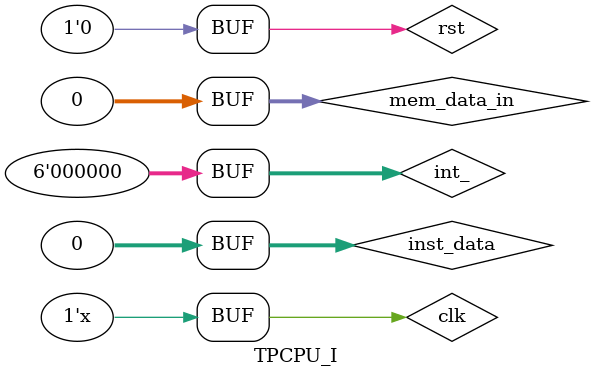
<source format=v>
`timescale 1ns / 1ps


module TPCPU_I;

	// Inputs
	reg clk;
	reg [31:0] inst_data;
	reg [31:0] mem_data_in;
	reg rst;
	reg [5:0] int_;

	// Outputs
	wire [31:0] inst_addr;
	wire [31:0] mem_addr;
	wire [31:0] mem_data;
	wire [31:0] cause_data;
	wire [31:0] status_data;
	wire [3:0]mem_we;
	wire mem_rd;

	// Instantiate the Unit Under Test (UUT)
	PCPU_v uut (
		.clk(clk), 
		.inst_data(inst_data), 
		.mem_data_in(mem_data_in), 
		.rst(rst), 
		.int_(int_), 
		.inst_addr(inst_addr), 
		.mem_addr(mem_addr), 
		.mem_data(mem_data), 
		.cause_data(cause_data),
		.status_data(status_data),
		.mem_we(mem_we),
		.mem_rd(mem_rd)
	);

	initial begin
		// Initialize Inputs
		clk = 1;
		inst_data = 0;
		mem_data_in = 0;
		rst = 1;
		int_ = 0;

		// Wait 100 ns for global reset to finish
		#20;
		rst = 0;
		#10
		/*inst_data = 32'b00000000000000000000100000100111;//nor $1, $0, $0;
		#10
		inst_data = 32'b0;
		#30
		inst_data = 32'b00000000001000010001000000100000;//add $2, $1, $1
		#10
		inst_data = 32'b0;
		#30
		inst_data = 32'b00000000000000100001100011000010;//srl $3, $2, 3
		#10
		inst_data = 32'b0;
		#30
		inst_data = 32'b00000000001000000010000000101010;//slt $4, $1, $0;
		#10
		inst_data = 32'b0;
		#30
		inst_data = 32'b10101100000001001111111111111100;//sw $4, $0(-4)
		#10
		inst_data = 32'b0;
		#30
		inst_data = 32'b10001100000001010000000000000100;//lw $5, $0(4)
		#10
		inst_data = 32'b0;
		#10
		mem_data_in = 32'h5a5a5a5a;
		#11
		mem_data_in = 32'b0;
		#9
		inst_data = 32'b00100000000001100000000000000001;//addi $6, $0, 1
		#10
		inst_data = 32'b0;
		#30
		inst_data = 32'b00111100000001111111111111111111;//lui $7, 0xffff
		#10
		inst_data = 32'b0;
		#30
		inst_data = 32'b00101000111010001111111111111111;//slti $8, $7, 0xffff = 1
		#10
		inst_data = 32'b0;*/
		/*inst_data = 32'b00100000000001100000000000000001;//addi $6, $0, 1
		#10
		inst_data = 32'b0;
		#30
		inst_data = 32'b00010000000000010000000000000010;//beq $0, $1, 2
		#10
		inst_data = 32'b0;
		#30
		inst_data = 32'b00010000000001100000000000000010;//beq $0, $6, 2
		#10
		inst_data = 32'b0;
		#30
		inst_data = 32'b00010100110000001111111111111111;//bne $6, $0, -1
		#10
		inst_data = 32'b0;
		#30
		inst_data = 32'b00010100000000011111111111111111;//bne $0, $1, -1
		#10
		inst_data = 32'b0;
		#30
		inst_data = 32'b00001000000000000000000000000001;//j 1
		#10
		inst_data = 32'b0;
		#30
		inst_data = 32'b00001100000000000000000000000100;//jal 4
		#10
		inst_data = 32'b0;
		#30
		inst_data = 32'b00000000000000000000000000001000;//jr $0
		#10
		inst_data = 32'b0;
		#30
		inst_data = 32'b00000000000000000000000000001001;//jalr $0
		#10
		inst_data = 32'b0;
		*/
		/*//Ã»ÓÐforwordµÄÁ÷Ë®Ïß²âÊÔ
		inst_data = 32'b00000000000000000000100000100111;//nor $1, $0, $0
		#10
		inst_data = 32'b00100000000000100000000000000001;//addi $2, $0, 1
		#10
		inst_data = 32'b00100000000000110000000000000010;//addi $3, $0, 2
		#10
		inst_data = 32'b00100000000001000000000000000011;//addi $4, $0, 3
		#10
		inst_data = 32'b00100000000001010000000000000100;//addi $5, $0, 4
		#10
		inst_data = 32'b0;
		*/
		/*//forward²âÊÔ
		inst_data = 32'b00000000000000000000100000100111;//nor $1, $0, $0 = $1 = ffffffff
		#10
		inst_data = 32'b00100000001000100000000000000001;//addi $2, $1, 1 = $2 = 00000000 ³ö´íÎª1
		#10
		inst_data = 32'b00100000001000110000000000000010;//addi $3, $1, 2 = $3 = 00000001 ³ö´íÎª2
		#10
		inst_data = 32'b00100000001001000000000000000011;//addi $4, $1, 3 = $4 = 00000002 ³ö´íÎª3
		#10
		inst_data = 32'b00000000010000110010100000100000;//add $5, $2, $3 = $5 = 00000001 ³ö´íÎª0
		//#10
		//inst_data = 32'b00010000011001010000000000000100;//beq $3, $5, 4  Ìø×ª£¨´ËÌõ²âÊÔÊ±ÕâÖ®ºóµÄ²âÊÔÃ»ÓÐÓÃÁË)
		#10
		inst_data = 32'b00000000100001010011000000100000;//add $6, $4, $5 = $6 = 00000003 ³ö´íÎª0
		#10
		inst_data = 32'b00100000110001100000000000000001;//addi $6, $6, 1 = $6 = 00000004 ³ö´íÎª1
		#10
		inst_data = 32'b00100000110001100000000000000001;//addi $6, $6, 1 = $6 = 00000005 ³ö´íÎª1»ò2
		#10
		inst_data = 32'b0;
		*/
		/*//stall ²âÊÔ
		inst_data = 32'b10001100000000010000000000000100;//lw $1, $0(4) = $1 = 1
		#10
		inst_data = 32'b00100000001000010000000000000001;//addi $1, $1, 1 = $1 = 2
		#10
		inst_data = 32'b00100000001000010000000000000001;//addi $1, $1, 1(stall)
		mem_data_in = 32'b1;
		
		#10
		inst_data = 32'b10101100000000011111111111111100;//sw $1, $0(-4) = mem_data = 2
		
		#1
		mem_data_in = 32'b0;
		#9
		inst_data = 32'b10001100000000010000000000000100;//lw $1, $0(4) = $1 = a5a5a5a5
		#10
		inst_data = 32'b10101100000000011111111111111100;//sw $1, $0(-4) = mem_data = a5a5a5a5
		#10
		inst_data = 32'b10101100000000011111111111111100;//sw $1, $0(-4)(stall)
		mem_data_in = 32'ha5a5a5a5;
		#10
		inst_data = 32'b0;
		#1
		mem_data_in = 32'b0;
		*/
		/*
		inst_data = 32'b10001100000000010000000000000100;//lw $1, $0(4) = $1 = 1
		#10
		inst_data = 32'b00000000001000010000100000100000;//add $1,$1,$1 = $1 = 2
		#10
		//stall
		#10
		inst_data = 32'b00000000001000010000100000100000;//add $1,$1,$1 = $1 = 4
		mem_data_in = 32'h1;
		#10
		inst_data = 32'b10101100000000011111111111111100;//sw $1, $0(-4)(stall)
		#1
		mem_data_in = 32'h0;
		#9
		inst_data = 32'b0;
		*/
		/*inst_data = 32'b00010101010010100000000000000011;//bne $10, $10, 3;
		#10
		inst_data = 32'b0;
		#10
		inst_data = 32'b00000000000000000101000000100111;//nor $10, $0, $0;
		#10
		inst_data = 32'b00000001010010100101000000100000;//add $10,$10,$10 = $10 = fffffffe
		#10
		inst_data = 32'b10101100000010101111111111111100;//sw $10, $0(-4)
		#10
		inst_data = 32'b0;
		*/
		/*
		inst_data = 32'b00100000000010110000000000001000;//addi $11, $0, 8
		#10
		inst_data = 32'b0;
		#10
		inst_data = 32'h1160009;//beq $t3, $s2, L01
		#10
		inst_data = 32'b0;
		#10
		inst_data = 32'b00100000000100100000000000001000;//addi $18, $0, 8
		#10
		inst_data = 32'b00010001011100100000000000001110;//beq $11, $18, E
		*/
		//forward²âÊÔ
		/*
		inst_data = 32'b00000000000000000000100000100111;//nor $1, $0, $0 = $1 = ffffffff
		#10
		inst_data = 32'b00100000001000100000000000000001;//addi $2, $1, 1 = $2 = 00000000 ³ö´íÎª1
		#10
		inst_data = 32'b00100000001000110000000000000010;//addi $3, $1, 2 = $3 = 00000001 ³ö´íÎª2
		#10
		inst_data = 32'b00100000001001000000000000000011;//addi $4, $1, 3 = $4 = 00000002 ³ö´íÎª3
		#10
		inst_data = 32'b00000000010000110010100000100000;//add $5, $2, $3 = $5 = 00000001 ³ö´íÎª0
		//#10
		//inst_data = 32'b00010000011001010000000000000100;//beq $3, $5, 4  Ìø×ª£¨´ËÌõ²âÊÔÊ±ÕâÖ®ºóµÄ²âÊÔÃ»ÓÐÓÃÁË)
		#10
		inst_data = 32'b00000000100001010011000000100000;//add $6, $4, $5 = $6 = 00000003 ³ö´íÎª0
		#10
		inst_data = 32'b00100000110001100000000000000001;//addi $6, $6, 1 = $6 = 00000004 ³ö´íÎª1
		#10
		inst_data = 32'b00100000110001100000000000000001;//addi $6, $6, 1 = $6 = 00000005 ³ö´íÎª1»ò2
		#10
		inst_data = 32'b0;
		*/
		//forward mem test
		/*
		inst_data = 32'b10001100000000100000000000000100;//lw $2, $0(4);//no forward
		#10
		inst_data = 32'b10101100000000100000000000001000;//sw $2. $0(8);//mem_forward
		#10
		inst_data = 32'b0;
		#5
		mem_data_in = 32'hffffffff;
		#10
		mem_data_in = 0;
		*/
		/*//stall ²âÊÔ
		inst_data = 32'b10001100000000010000000000000100;//lw $1, $0(4) = $1 = 1
		#10
		inst_data = 32'b00100000001000010000000000000001;//addi $1, $1, 1 = $1 = 2
		#10
		inst_data = 32'b00100000001000010000000000000001;//addi $1, $1, 1(stall)
		mem_data_in = 32'b1;
		
		#10
		inst_data = 32'b10101100000000011111111111111100;//sw $1, $0(-4) = mem_data = 2
		
		#1
		mem_data_in = 32'b0;
		#9
		inst_data = 32'b10001100000000010000000000000100;//lw $1, $0(4) = $1 = a5a5a5a5
		#10
		inst_data = 32'b10101100000000011111111111111100;//sw $1, $0(-4) = mem_data = a5a5a5a5
		#10
		inst_data = 32'b10101100000000011111111111111100;//sw $1, $0(-4)(stall)
		mem_data_in = 32'ha5a5a5a5;
		#10
		inst_data = 32'b0;
		#1
		mem_data_in = 32'b0;
		*/
		/*
		inst_data = 32'b10001100000000010000000000000100;//lw $1, $0(4) = $1 = 1
		#100
		inst_data = 32'b00000000001000010000100000100000;//add $1,$1,$1 = $1 = 2
		#100
		//stall
		#100
		inst_data = 32'b00000000001000010000100000100000;//add $1,$1,$1 = $1 = 4
		mem_data_in = 32'h1;
		#100
		inst_data = 32'b10101100000000011111111111111100;//sw $1, $0(-4)(stall)
		#1
		mem_data_in = 32'h0;
		#99
		inst_data = 32'b0;
		*/
		/*inst_data = 32'b00010101010010100000000000000011;//bne $10, $10, 3;
		#100
		inst_data = 32'b0;
		#100
		inst_data = 32'b00000000000000000101000000100111;//nor $10, $0, $0;
		#100
		inst_data = 32'b00000001010010100101000000100000;//add $10,$10,$10 = $10 = fffffffe
		#100
		inst_data = 32'b10101100000010101111111111111100;//sw $10, $0(-4)
		#100
		inst_data = 32'b0;
		*/
		/*
		inst_data = 32'b00100000000010110000000000001000;//addi $11, $0, 8
		#100
		inst_data = 32'b0;
		#100
		inst_data = 32'h1160009;//beq $t3, $s2, L01
		#100
		inst_data = 32'b0;
		#100
		inst_data = 32'b00100000000100100000000000001000;//addi $18, $0, 8
		#100
		inst_data = 32'b00010001011100100000000000001110;//beq $11, $18, E
		*/
		
		//ÖÐ¶Ï²âÊÔÍ·
		
		#10
		inst_data = 32'h00000020;//add $0, $0, $0
		#10
		inst_data = 32'h00000020;
		#10
		inst_data = 32'h00000020;
		#10
		inst_data = 32'h00000020;
		#10
		inst_data = 32'h3c018000;//lui $1, 0x8000;
		
		/*
		#10
		inst_data = 32'h0000000c;//syscall
		#10
		inst_data = 32'h00000020;//±»È¡ÏûµÄ
		#10
		inst_data = 32'h00000020;//±»È¡ÏûµÄ
		#10
		inst_data = 32'h00000020;//±»È¡ÏûµÄ
		#10
		inst_data = 32'h00000020;//±»È¡ÏûµÄ
		#10
		inst_data = 32'h00000001;//unknown
		#10
		inst_data = 32'h00000020;//±»È¡ÏûµÄ
		#10
		inst_data = 32'h00000020;//±»È¡ÏûµÄ
		#10
		inst_data = 32'h00000020;//±»È¡ÏûµÄ
		#10
		inst_data = 32'h00000020;//±»È¡ÏûµÄ
		#10
		inst_data = 32'h00211020;//add $2, $1, $1 overflow
		#10
		inst_data = 32'h00000020;//±»È¡ÏûµÄ
		#10
		inst_data = 32'h00000020;//±»È¡ÏûµÄ
		#10
		inst_data = 32'h00000020;//±»È¡ÏûµÄ
		#10
		inst_data = 32'h00000020;//±»È¡ÏûµÄ
		*/
		/*
		#10
		inst_data = 32'h08000000;//jump
		#10
		inst_data = 32'h00211020;//add $2, $1, $1 overflow
		#10
		inst_data = 32'h00000020;//±»È¡ÏûµÄ
		#10
		inst_data = 32'h00000020;//±»È¡ÏûµÄ
		#10
		inst_data = 32'h00000020;//±»È¡ÏûµÄ
		#10
		inst_data = 32'h00000020;//±»È¡ÏûµÄ
		*/
		/*
		#1
		int_ = 6'b000001;
		#9
		inst_data = 32'h00000020;
		//interrupt µ¥¶À²â£¬Ò»¸öinterruptºó²»»áÔÙÓÐinterrupt
		*/
		/*
		#10
		inst_data = 32'h08000000;//jump
		#1
		int_ = 6'b000001;
		#9
		inst_data = 32'h00000020;//±»È¡ÏûµÄ
		#10
		inst_data = 32'b01000000000000110110000000000000;//mfc0 $3, $12
		#10
		int_ = 6'b0;
		inst_data = 32'h00000020;
		#10
		inst_data = 32'h00000020;
		#10
		inst_data = 32'h00000020;
		#10
		inst_data = 32'h3063ff02; //andi $3, $3, 0xff02
		#10
		inst_data = 32'b01000000100000110110000000000000;//mtc0 $3, $12
		#10
		inst_data = 32'b0;
		#10//CP0 harzards//Òª²âÊÔÓÐÒ»¸öÑÓÊ±ºÍÁ½¸öÑÓÊ±µÄforward
		#10
		inst_data = 32'b01000010000000000000000000011000;//eret
		
		#10
		inst_data = 32'b01000000000000110110000000000000;//mfc0 $3, $12
		#10
		inst_data = 32'h3463ffff;//ori $3, $3, 0xffff
		#10
		inst_data = 32'h3463ffff;//ori $3, $3, 0xffff//stall
		*/
		
		/*
		#10//stallÊ±ÖÐ¶Ï
		inst_data = 32'h8c010000;//lw $t1, 0($zero)
		#10
		inst_data = 32'h00210820;//add $t1, $t1, $t1; 
		#10
		inst_data = 32'h00000000;
		#10
		#1
		int_ = 6'b000001;
		#9
		#10
		int_ = 0;
		inst_data = 32'h3063ff02; //andi $3, $3, 0xff02
		#10
		inst_data = 32'b01000000100000110110000000000000;//mtc0 $3, $12
		#10
		inst_data = 32'b01000010000000000000000000011000;//eret
		*/
		#10
		inst_data = 32'h00000020;
		#100
		rst = 1;
		#100
		rst = 0;
		
		#10
		inst_data = 32'h0;
      
		// Add stimulus here

	end
	always @*
		#5
		clk <= ~clk;
      
endmodule


</source>
